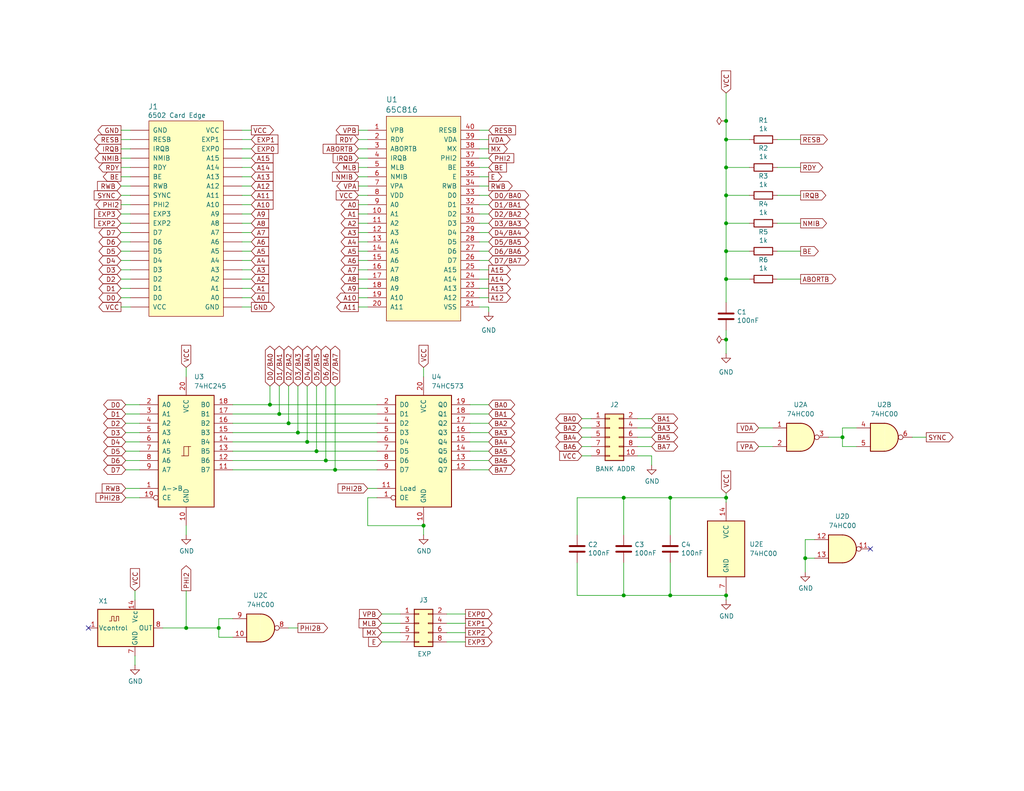
<source format=kicad_sch>
(kicad_sch (version 20250114) (generator "eeschema") (generator_version "9.0")
  (paper "USLetter")
  (title_block (title "6502 CPU Card Pro") (date "2025-10-19") (rev "1.0") (company "A.C. Wright Design / bahamutkotd"))
  (junction (at 115.57 143.51))
  (junction (at 76.2 113.03))
  (junction (at 73.66 110.49))
  (junction (at 198.12 53.34))
  (junction (at 198.12 33.02))
  (junction (at 198.12 76.2))
  (junction (at 86.36 123.19))
  (junction (at 219.71 152.4))
  (junction (at 88.9 125.73))
  (junction (at 50.8 171.45))
  (junction (at 229.87 119.38))
  (junction (at 81.28 118.11))
  (junction (at 78.74 115.57))
  (junction (at 170.18 162.56))
  (junction (at 182.88 135.89))
  (junction (at 198.12 92.71))
  (junction (at 182.88 162.56))
  (junction (at 198.12 38.1))
  (junction (at 91.44 128.27))
  (junction (at 198.12 68.58))
  (junction (at 198.12 135.89))
  (junction (at 170.18 135.89))
  (junction (at 198.12 60.96))
  (junction (at 83.82 120.65))
  (junction (at 198.12 45.72))
  (junction (at 198.12 162.56))
  (junction (at 59.69 171.45))
  (no_connect (at 237.49 149.86))
  (no_connect (at 24.13 171.45))
  (wire (pts (xy 130.81 78.74) (xy 133.35 78.74)))
  (wire (pts (xy 66.04 58.42) (xy 68.58 58.42)))
  (wire (pts (xy 33.02 45.72) (xy 35.56 45.72)))
  (wire (pts (xy 130.81 73.66) (xy 133.35 73.66)))
  (wire (pts (xy 128.27 128.27) (xy 133.35 128.27)))
  (wire (pts (xy 158.75 121.92) (xy 161.29 121.92)))
  (wire (pts (xy 130.81 45.72) (xy 133.35 45.72)))
  (wire (pts (xy 97.79 68.58) (xy 100.33 68.58)))
  (wire (pts (xy 66.04 76.2) (xy 68.58 76.2)))
  (wire (pts (xy 33.02 76.2) (xy 35.56 76.2)))
  (wire (pts (xy 130.81 76.2) (xy 133.35 76.2)))
  (wire (pts (xy 63.5 168.91) (xy 59.69 168.91)))
  (wire (pts (xy 76.2 105.41) (xy 76.2 113.03)))
  (wire (pts (xy 86.36 123.19) (xy 102.87 123.19)))
  (wire (pts (xy 97.79 73.66) (xy 100.33 73.66)))
  (wire (pts (xy 130.81 58.42) (xy 133.35 58.42)))
  (wire (pts (xy 66.04 81.28) (xy 68.58 81.28)))
  (wire (pts (xy 130.81 81.28) (xy 133.35 81.28)))
  (wire (pts (xy 36.83 161.29) (xy 36.83 163.83)))
  (wire (pts (xy 97.79 45.72) (xy 100.33 45.72)))
  (wire (pts (xy 229.87 119.38) (xy 229.87 121.92)))
  (wire (pts (xy 198.12 25.4) (xy 198.12 33.02)))
  (wire (pts (xy 97.79 78.74) (xy 100.33 78.74)))
  (wire (pts (xy 130.81 66.04) (xy 133.35 66.04)))
  (wire (pts (xy 198.12 33.02) (xy 198.12 38.1)))
  (wire (pts (xy 130.81 68.58) (xy 133.35 68.58)))
  (wire (pts (xy 33.02 78.74) (xy 35.56 78.74)))
  (wire (pts (xy 198.12 38.1) (xy 198.12 45.72)))
  (wire (pts (xy 97.79 35.56) (xy 100.33 35.56)))
  (wire (pts (xy 34.29 110.49) (xy 38.1 110.49)))
  (wire (pts (xy 66.04 50.8) (xy 68.58 50.8)))
  (wire (pts (xy 59.69 171.45) (xy 59.69 173.99)))
  (wire (pts (xy 83.82 105.41) (xy 83.82 120.65)))
  (wire (pts (xy 100.33 133.35) (xy 102.87 133.35)))
  (wire (pts (xy 36.83 179.07) (xy 36.83 181.61)))
  (wire (pts (xy 33.02 55.88) (xy 35.56 55.88)))
  (wire (pts (xy 198.12 53.34) (xy 198.12 60.96)))
  (wire (pts (xy 76.2 113.03) (xy 102.87 113.03)))
  (wire (pts (xy 66.04 60.96) (xy 68.58 60.96)))
  (wire (pts (xy 33.02 53.34) (xy 35.56 53.34)))
  (wire (pts (xy 102.87 135.89) (xy 100.33 135.89)))
  (wire (pts (xy 198.12 45.72) (xy 204.47 45.72)))
  (wire (pts (xy 198.12 76.2) (xy 204.47 76.2)))
  (wire (pts (xy 97.79 43.18) (xy 100.33 43.18)))
  (wire (pts (xy 130.81 63.5) (xy 133.35 63.5)))
  (wire (pts (xy 121.92 167.64) (xy 127 167.64)))
  (wire (pts (xy 170.18 135.89) (xy 182.88 135.89)))
  (wire (pts (xy 157.48 135.89) (xy 170.18 135.89)))
  (wire (pts (xy 170.18 135.89) (xy 170.18 146.05)))
  (wire (pts (xy 33.02 66.04) (xy 35.56 66.04)))
  (wire (pts (xy 157.48 162.56) (xy 170.18 162.56)))
  (wire (pts (xy 170.18 153.67) (xy 170.18 162.56)))
  (wire (pts (xy 104.14 175.26) (xy 109.22 175.26)))
  (wire (pts (xy 34.29 128.27) (xy 38.1 128.27)))
  (wire (pts (xy 219.71 152.4) (xy 222.25 152.4)))
  (wire (pts (xy 198.12 90.17) (xy 198.12 92.71)))
  (wire (pts (xy 198.12 76.2) (xy 198.12 82.55)))
  (wire (pts (xy 66.04 40.64) (xy 68.58 40.64)))
  (wire (pts (xy 177.8 127) (xy 177.8 124.46)))
  (wire (pts (xy 33.02 48.26) (xy 35.56 48.26)))
  (wire (pts (xy 157.48 146.05) (xy 157.48 135.89)))
  (wire (pts (xy 198.12 68.58) (xy 198.12 76.2)))
  (wire (pts (xy 198.12 68.58) (xy 204.47 68.58)))
  (wire (pts (xy 66.04 45.72) (xy 68.58 45.72)))
  (wire (pts (xy 97.79 66.04) (xy 100.33 66.04)))
  (wire (pts (xy 219.71 147.32) (xy 222.25 147.32)))
  (wire (pts (xy 34.29 115.57) (xy 38.1 115.57)))
  (wire (pts (xy 229.87 116.84) (xy 229.87 119.38)))
  (wire (pts (xy 212.09 45.72) (xy 218.44 45.72)))
  (wire (pts (xy 212.09 60.96) (xy 218.44 60.96)))
  (wire (pts (xy 34.29 120.65) (xy 38.1 120.65)))
  (wire (pts (xy 33.02 81.28) (xy 35.56 81.28)))
  (wire (pts (xy 219.71 152.4) (xy 219.71 147.32)))
  (wire (pts (xy 34.29 125.73) (xy 38.1 125.73)))
  (wire (pts (xy 66.04 38.1) (xy 68.58 38.1)))
  (wire (pts (xy 182.88 146.05) (xy 182.88 135.89)))
  (wire (pts (xy 66.04 48.26) (xy 68.58 48.26)))
  (wire (pts (xy 97.79 58.42) (xy 100.33 58.42)))
  (wire (pts (xy 66.04 78.74) (xy 68.58 78.74)))
  (wire (pts (xy 128.27 123.19) (xy 133.35 123.19)))
  (wire (pts (xy 128.27 120.65) (xy 133.35 120.65)))
  (wire (pts (xy 97.79 53.34) (xy 100.33 53.34)))
  (wire (pts (xy 50.8 171.45) (xy 59.69 171.45)))
  (wire (pts (xy 91.44 128.27) (xy 102.87 128.27)))
  (wire (pts (xy 81.28 105.41) (xy 81.28 118.11)))
  (wire (pts (xy 198.12 45.72) (xy 198.12 53.34)))
  (wire (pts (xy 104.14 170.18) (xy 109.22 170.18)))
  (wire (pts (xy 66.04 73.66) (xy 68.58 73.66)))
  (wire (pts (xy 198.12 162.56) (xy 198.12 163.83)))
  (wire (pts (xy 44.45 171.45) (xy 50.8 171.45)))
  (wire (pts (xy 198.12 92.71) (xy 198.12 96.52)))
  (wire (pts (xy 198.12 60.96) (xy 204.47 60.96)))
  (wire (pts (xy 130.81 48.26) (xy 133.35 48.26)))
  (wire (pts (xy 121.92 175.26) (xy 127 175.26)))
  (wire (pts (xy 34.29 118.11) (xy 38.1 118.11)))
  (wire (pts (xy 33.02 43.18) (xy 35.56 43.18)))
  (wire (pts (xy 248.92 119.38) (xy 252.73 119.38)))
  (wire (pts (xy 121.92 172.72) (xy 127 172.72)))
  (wire (pts (xy 34.29 135.89) (xy 38.1 135.89)))
  (wire (pts (xy 33.02 58.42) (xy 35.56 58.42)))
  (wire (pts (xy 97.79 76.2) (xy 100.33 76.2)))
  (wire (pts (xy 33.02 71.12) (xy 35.56 71.12)))
  (wire (pts (xy 63.5 120.65) (xy 83.82 120.65)))
  (wire (pts (xy 33.02 73.66) (xy 35.56 73.66)))
  (wire (pts (xy 177.8 124.46) (xy 173.99 124.46)))
  (wire (pts (xy 207.01 116.84) (xy 210.82 116.84)))
  (wire (pts (xy 91.44 105.41) (xy 91.44 128.27)))
  (wire (pts (xy 198.12 53.34) (xy 204.47 53.34)))
  (wire (pts (xy 182.88 135.89) (xy 198.12 135.89)))
  (wire (pts (xy 173.99 116.84) (xy 177.8 116.84)))
  (wire (pts (xy 198.12 135.89) (xy 198.12 137.16)))
  (wire (pts (xy 97.79 60.96) (xy 100.33 60.96)))
  (wire (pts (xy 100.33 135.89) (xy 100.33 143.51)))
  (wire (pts (xy 130.81 35.56) (xy 133.35 35.56)))
  (wire (pts (xy 158.75 124.46) (xy 161.29 124.46)))
  (wire (pts (xy 130.81 53.34) (xy 133.35 53.34)))
  (wire (pts (xy 130.81 40.64) (xy 133.35 40.64)))
  (wire (pts (xy 66.04 35.56) (xy 68.58 35.56)))
  (wire (pts (xy 97.79 40.64) (xy 100.33 40.64)))
  (wire (pts (xy 97.79 81.28) (xy 100.33 81.28)))
  (wire (pts (xy 173.99 121.92) (xy 177.8 121.92)))
  (wire (pts (xy 73.66 110.49) (xy 102.87 110.49)))
  (wire (pts (xy 229.87 121.92) (xy 233.68 121.92)))
  (wire (pts (xy 66.04 55.88) (xy 68.58 55.88)))
  (wire (pts (xy 128.27 118.11) (xy 133.35 118.11)))
  (wire (pts (xy 33.02 35.56) (xy 35.56 35.56)))
  (wire (pts (xy 130.81 71.12) (xy 133.35 71.12)))
  (wire (pts (xy 233.68 116.84) (xy 229.87 116.84)))
  (wire (pts (xy 33.02 40.64) (xy 35.56 40.64)))
  (wire (pts (xy 33.02 38.1) (xy 35.56 38.1)))
  (wire (pts (xy 86.36 105.41) (xy 86.36 123.19)))
  (wire (pts (xy 66.04 63.5) (xy 68.58 63.5)))
  (wire (pts (xy 59.69 173.99) (xy 63.5 173.99)))
  (wire (pts (xy 83.82 120.65) (xy 102.87 120.65)))
  (wire (pts (xy 33.02 68.58) (xy 35.56 68.58)))
  (wire (pts (xy 73.66 105.41) (xy 73.66 110.49)))
  (wire (pts (xy 34.29 113.03) (xy 38.1 113.03)))
  (wire (pts (xy 66.04 68.58) (xy 68.58 68.58)))
  (wire (pts (xy 34.29 133.35) (xy 38.1 133.35)))
  (wire (pts (xy 81.28 118.11) (xy 102.87 118.11)))
  (wire (pts (xy 158.75 114.3) (xy 161.29 114.3)))
  (wire (pts (xy 121.92 170.18) (xy 127 170.18)))
  (wire (pts (xy 78.74 171.45) (xy 81.28 171.45)))
  (wire (pts (xy 115.57 100.33) (xy 115.57 102.87)))
  (wire (pts (xy 198.12 60.96) (xy 198.12 68.58)))
  (wire (pts (xy 198.12 38.1) (xy 204.47 38.1)))
  (wire (pts (xy 212.09 76.2) (xy 218.44 76.2)))
  (wire (pts (xy 88.9 125.73) (xy 102.87 125.73)))
  (wire (pts (xy 33.02 50.8) (xy 35.56 50.8)))
  (wire (pts (xy 198.12 134.62) (xy 198.12 135.89)))
  (wire (pts (xy 130.81 55.88) (xy 133.35 55.88)))
  (wire (pts (xy 66.04 43.18) (xy 68.58 43.18)))
  (wire (pts (xy 63.5 115.57) (xy 78.74 115.57)))
  (wire (pts (xy 158.75 119.38) (xy 161.29 119.38)))
  (wire (pts (xy 50.8 161.29) (xy 50.8 171.45)))
  (wire (pts (xy 212.09 38.1) (xy 218.44 38.1)))
  (wire (pts (xy 33.02 63.5) (xy 35.56 63.5)))
  (wire (pts (xy 207.01 121.92) (xy 210.82 121.92)))
  (wire (pts (xy 170.18 162.56) (xy 182.88 162.56)))
  (wire (pts (xy 88.9 105.41) (xy 88.9 125.73)))
  (wire (pts (xy 63.5 110.49) (xy 73.66 110.49)))
  (wire (pts (xy 182.88 153.67) (xy 182.88 162.56)))
  (wire (pts (xy 50.8 143.51) (xy 50.8 146.05)))
  (wire (pts (xy 157.48 153.67) (xy 157.48 162.56)))
  (wire (pts (xy 212.09 53.34) (xy 218.44 53.34)))
  (wire (pts (xy 128.27 115.57) (xy 133.35 115.57)))
  (wire (pts (xy 130.81 50.8) (xy 133.35 50.8)))
  (wire (pts (xy 97.79 38.1) (xy 100.33 38.1)))
  (wire (pts (xy 97.79 71.12) (xy 100.33 71.12)))
  (wire (pts (xy 130.81 83.82) (xy 133.35 83.82)))
  (wire (pts (xy 59.69 168.91) (xy 59.69 171.45)))
  (wire (pts (xy 130.81 38.1) (xy 133.35 38.1)))
  (wire (pts (xy 66.04 83.82) (xy 68.58 83.82)))
  (wire (pts (xy 63.5 118.11) (xy 81.28 118.11)))
  (wire (pts (xy 158.75 116.84) (xy 161.29 116.84)))
  (wire (pts (xy 100.33 143.51) (xy 115.57 143.51)))
  (wire (pts (xy 66.04 66.04) (xy 68.58 66.04)))
  (wire (pts (xy 219.71 156.21) (xy 219.71 152.4)))
  (wire (pts (xy 130.81 43.18) (xy 133.35 43.18)))
  (wire (pts (xy 78.74 105.41) (xy 78.74 115.57)))
  (wire (pts (xy 63.5 113.03) (xy 76.2 113.03)))
  (wire (pts (xy 182.88 162.56) (xy 198.12 162.56)))
  (wire (pts (xy 104.14 172.72) (xy 109.22 172.72)))
  (wire (pts (xy 128.27 110.49) (xy 133.35 110.49)))
  (wire (pts (xy 78.74 115.57) (xy 102.87 115.57)))
  (wire (pts (xy 63.5 125.73) (xy 88.9 125.73)))
  (wire (pts (xy 128.27 125.73) (xy 133.35 125.73)))
  (wire (pts (xy 97.79 83.82) (xy 100.33 83.82)))
  (wire (pts (xy 104.14 167.64) (xy 109.22 167.64)))
  (wire (pts (xy 66.04 71.12) (xy 68.58 71.12)))
  (wire (pts (xy 133.35 83.82) (xy 133.35 85.09)))
  (wire (pts (xy 33.02 83.82) (xy 35.56 83.82)))
  (wire (pts (xy 97.79 48.26) (xy 100.33 48.26)))
  (wire (pts (xy 212.09 68.58) (xy 218.44 68.58)))
  (wire (pts (xy 97.79 50.8) (xy 100.33 50.8)))
  (wire (pts (xy 33.02 60.96) (xy 35.56 60.96)))
  (wire (pts (xy 34.29 123.19) (xy 38.1 123.19)))
  (wire (pts (xy 63.5 123.19) (xy 86.36 123.19)))
  (wire (pts (xy 130.81 60.96) (xy 133.35 60.96)))
  (wire (pts (xy 50.8 100.33) (xy 50.8 102.87)))
  (wire (pts (xy 63.5 128.27) (xy 91.44 128.27)))
  (wire (pts (xy 66.04 53.34) (xy 68.58 53.34)))
  (wire (pts (xy 128.27 113.03) (xy 133.35 113.03)))
  (wire (pts (xy 173.99 114.3) (xy 177.8 114.3)))
  (wire (pts (xy 115.57 143.51) (xy 115.57 146.05)))
  (wire (pts (xy 226.06 119.38) (xy 229.87 119.38)))
  (wire (pts (xy 97.79 55.88) (xy 100.33 55.88)))
  (wire (pts (xy 97.79 63.5) (xy 100.33 63.5)))
  (wire (pts (xy 173.99 119.38) (xy 177.8 119.38)))
  (global_label "D7" (shape bidirectional) (at 33.02 63.5 180) (property "Intersheetrefs" "${INTERSHEET_REFS}" (effects (hide yes))))
  (global_label "VCC" (shape input) (at 50.8 100.33 90) (property "Intersheetrefs" "${INTERSHEET_REFS}" (effects (hide yes))))
  (global_label "D2{slash}BA2" (shape bidirectional) (at 133.35 58.42 0) (property "Intersheetrefs" "${INTERSHEET_REFS}" (effects (hide yes))))
  (global_label "A12" (shape input) (at 68.58 50.8 0) (property "Intersheetrefs" "${INTERSHEET_REFS}" (effects (hide yes))))
  (global_label "D1" (shape bidirectional) (at 33.02 78.74 180) (property "Intersheetrefs" "${INTERSHEET_REFS}" (effects (hide yes))))
  (global_label "D6" (shape bidirectional) (at 33.02 66.04 180) (property "Intersheetrefs" "${INTERSHEET_REFS}" (effects (hide yes))))
  (global_label "D4" (shape bidirectional) (at 33.02 71.12 180) (property "Intersheetrefs" "${INTERSHEET_REFS}" (effects (hide yes))))
  (global_label "A2" (shape output) (at 97.79 60.96 180) (property "Intersheetrefs" "${INTERSHEET_REFS}" (effects (hide yes))))
  (global_label "BA4" (shape bidirectional) (at 133.35 120.65 0) (property "Intersheetrefs" "${INTERSHEET_REFS}" (effects (hide yes))))
  (global_label "BA1" (shape bidirectional) (at 133.35 113.03 0) (property "Intersheetrefs" "${INTERSHEET_REFS}" (effects (hide yes))))
  (global_label "NMIB" (shape output) (at 218.44 60.96 0) (property "Intersheetrefs" "${INTERSHEET_REFS}" (effects (hide yes))))
  (global_label "D5{slash}BA5" (shape bidirectional) (at 86.36 105.41 90) (property "Intersheetrefs" "${INTERSHEET_REFS}" (effects (hide yes))))
  (global_label "EXP3" (shape input) (at 33.02 58.42 180) (property "Intersheetrefs" "${INTERSHEET_REFS}" (effects (hide yes))))
  (global_label "D4{slash}BA4" (shape bidirectional) (at 133.35 63.5 0) (property "Intersheetrefs" "${INTERSHEET_REFS}" (effects (hide yes))))
  (global_label "D1" (shape bidirectional) (at 34.29 113.03 180) (property "Intersheetrefs" "${INTERSHEET_REFS}" (effects (hide yes))))
  (global_label "ABORTB" (shape output) (at 218.44 76.2 0) (property "Intersheetrefs" "${INTERSHEET_REFS}" (effects (hide yes))))
  (global_label "NMIB" (shape input) (at 97.79 48.26 180) (property "Intersheetrefs" "${INTERSHEET_REFS}" (effects (hide yes))))
  (global_label "EXP2" (shape input) (at 33.02 60.96 180) (property "Intersheetrefs" "${INTERSHEET_REFS}" (effects (hide yes))))
  (global_label "BA7" (shape bidirectional) (at 177.8 121.92 0) (property "Intersheetrefs" "${INTERSHEET_REFS}" (effects (hide yes))))
  (global_label "A7" (shape input) (at 68.58 63.5 0) (property "Intersheetrefs" "${INTERSHEET_REFS}" (effects (hide yes))))
  (global_label "A10" (shape input) (at 68.58 55.88 0) (property "Intersheetrefs" "${INTERSHEET_REFS}" (effects (hide yes))))
  (global_label "RWB" (shape input) (at 33.02 50.8 180) (property "Intersheetrefs" "${INTERSHEET_REFS}" (effects (hide yes))))
  (global_label "D5{slash}BA5" (shape bidirectional) (at 133.35 66.04 0) (property "Intersheetrefs" "${INTERSHEET_REFS}" (effects (hide yes))))
  (global_label "D3" (shape bidirectional) (at 33.02 73.66 180) (property "Intersheetrefs" "${INTERSHEET_REFS}" (effects (hide yes))))
  (global_label "RESB" (shape output) (at 33.02 38.1 180) (property "Intersheetrefs" "${INTERSHEET_REFS}" (effects (hide yes))))
  (global_label "A13" (shape input) (at 68.58 48.26 0) (property "Intersheetrefs" "${INTERSHEET_REFS}" (effects (hide yes))))
  (global_label "MLB" (shape input) (at 104.14 170.18 180) (property "Intersheetrefs" "${INTERSHEET_REFS}" (effects (hide yes))))
  (global_label "E" (shape input) (at 104.14 175.26 180) (property "Intersheetrefs" "${INTERSHEET_REFS}" (effects (hide yes))))
  (global_label "BA0" (shape bidirectional) (at 158.75 114.3 180) (property "Intersheetrefs" "${INTERSHEET_REFS}" (effects (hide yes))))
  (global_label "D4{slash}BA4" (shape bidirectional) (at 83.82 105.41 90) (property "Intersheetrefs" "${INTERSHEET_REFS}" (effects (hide yes))))
  (global_label "RESB" (shape input) (at 133.35 35.56 0) (property "Intersheetrefs" "${INTERSHEET_REFS}" (effects (hide yes))))
  (global_label "A6" (shape input) (at 68.58 66.04 0) (property "Intersheetrefs" "${INTERSHEET_REFS}" (effects (hide yes))))
  (global_label "GND" (shape output) (at 33.02 35.56 180) (property "Intersheetrefs" "${INTERSHEET_REFS}" (effects (hide yes))))
  (global_label "D0{slash}BA0" (shape bidirectional) (at 73.66 105.41 90) (property "Intersheetrefs" "${INTERSHEET_REFS}" (effects (hide yes))))
  (global_label "EXP1" (shape output) (at 127 170.18 0) (property "Intersheetrefs" "${INTERSHEET_REFS}" (effects (hide yes))))
  (global_label "D0" (shape bidirectional) (at 33.02 81.28 180) (property "Intersheetrefs" "${INTERSHEET_REFS}" (effects (hide yes))))
  (global_label "NMIB" (shape output) (at 33.02 43.18 180) (property "Intersheetrefs" "${INTERSHEET_REFS}" (effects (hide yes))))
  (global_label "BE" (shape output) (at 218.44 68.58 0) (property "Intersheetrefs" "${INTERSHEET_REFS}" (effects (hide yes))))
  (global_label "RDY" (shape output) (at 218.44 45.72 0) (property "Intersheetrefs" "${INTERSHEET_REFS}" (effects (hide yes))))
  (global_label "PHI2B" (shape input) (at 34.29 135.89 180) (property "Intersheetrefs" "${INTERSHEET_REFS}" (effects (hide yes))))
  (global_label "BA2" (shape bidirectional) (at 158.75 116.84 180) (property "Intersheetrefs" "${INTERSHEET_REFS}" (effects (hide yes))))
  (global_label "D2" (shape bidirectional) (at 33.02 76.2 180) (property "Intersheetrefs" "${INTERSHEET_REFS}" (effects (hide yes))))
  (global_label "EXP0" (shape input) (at 68.58 40.64 0) (property "Intersheetrefs" "${INTERSHEET_REFS}" (effects (hide yes))))
  (global_label "A6" (shape output) (at 97.79 71.12 180) (property "Intersheetrefs" "${INTERSHEET_REFS}" (effects (hide yes))))
  (global_label "MLB" (shape output) (at 97.79 45.72 180) (property "Intersheetrefs" "${INTERSHEET_REFS}" (effects (hide yes))))
  (global_label "GND" (shape output) (at 68.58 83.82 0) (property "Intersheetrefs" "${INTERSHEET_REFS}" (effects (hide yes))))
  (global_label "D6" (shape bidirectional) (at 34.29 125.73 180) (property "Intersheetrefs" "${INTERSHEET_REFS}" (effects (hide yes))))
  (global_label "BE" (shape input) (at 133.35 45.72 0) (property "Intersheetrefs" "${INTERSHEET_REFS}" (effects (hide yes))))
  (global_label "A7" (shape output) (at 97.79 73.66 180) (property "Intersheetrefs" "${INTERSHEET_REFS}" (effects (hide yes))))
  (global_label "VDA" (shape output) (at 133.35 38.1 0) (property "Intersheetrefs" "${INTERSHEET_REFS}" (effects (hide yes))))
  (global_label "RESB" (shape output) (at 218.44 38.1 0) (property "Intersheetrefs" "${INTERSHEET_REFS}" (effects (hide yes))))
  (global_label "RWB" (shape input) (at 34.29 133.35 180) (property "Intersheetrefs" "${INTERSHEET_REFS}" (effects (hide yes))))
  (global_label "PHI2" (shape output) (at 33.02 55.88 180) (property "Intersheetrefs" "${INTERSHEET_REFS}" (effects (hide yes))))
  (global_label "VCC" (shape input) (at 36.83 161.29 90) (property "Intersheetrefs" "${INTERSHEET_REFS}" (effects (hide yes))))
  (global_label "ABORTB" (shape input) (at 97.79 40.64 180) (property "Intersheetrefs" "${INTERSHEET_REFS}" (effects (hide yes))))
  (global_label "VPB" (shape input) (at 104.14 167.64 180) (property "Intersheetrefs" "${INTERSHEET_REFS}" (effects (hide yes))))
  (global_label "PHI2B" (shape input) (at 100.33 133.35 180) (property "Intersheetrefs" "${INTERSHEET_REFS}" (effects (hide yes))))
  (global_label "RDY" (shape input) (at 97.79 38.1 180) (property "Intersheetrefs" "${INTERSHEET_REFS}" (effects (hide yes))))
  (global_label "A12" (shape output) (at 133.35 81.28 0) (property "Intersheetrefs" "${INTERSHEET_REFS}" (effects (hide yes))))
  (global_label "PHI2" (shape output) (at 50.8 161.29 90) (property "Intersheetrefs" "${INTERSHEET_REFS}" (effects (hide yes))))
  (global_label "MX" (shape output) (at 133.35 40.64 0) (property "Intersheetrefs" "${INTERSHEET_REFS}" (effects (hide yes))))
  (global_label "BA5" (shape bidirectional) (at 133.35 123.19 0) (property "Intersheetrefs" "${INTERSHEET_REFS}" (effects (hide yes))))
  (global_label "PHI2" (shape input) (at 133.35 43.18 0) (property "Intersheetrefs" "${INTERSHEET_REFS}" (effects (hide yes))))
  (global_label "A11" (shape output) (at 97.79 83.82 180) (property "Intersheetrefs" "${INTERSHEET_REFS}" (effects (hide yes))))
  (global_label "IRQB" (shape input) (at 97.79 43.18 180) (property "Intersheetrefs" "${INTERSHEET_REFS}" (effects (hide yes))))
  (global_label "A1" (shape output) (at 97.79 58.42 180) (property "Intersheetrefs" "${INTERSHEET_REFS}" (effects (hide yes))))
  (global_label "A5" (shape output) (at 97.79 68.58 180) (property "Intersheetrefs" "${INTERSHEET_REFS}" (effects (hide yes))))
  (global_label "D7{slash}BA7" (shape bidirectional) (at 91.44 105.41 90) (property "Intersheetrefs" "${INTERSHEET_REFS}" (effects (hide yes))))
  (global_label "BA2" (shape bidirectional) (at 133.35 115.57 0) (property "Intersheetrefs" "${INTERSHEET_REFS}" (effects (hide yes))))
  (global_label "A4" (shape input) (at 68.58 71.12 0) (property "Intersheetrefs" "${INTERSHEET_REFS}" (effects (hide yes))))
  (global_label "VPA" (shape output) (at 97.79 50.8 180) (property "Intersheetrefs" "${INTERSHEET_REFS}" (effects (hide yes))))
  (global_label "A11" (shape input) (at 68.58 53.34 0) (property "Intersheetrefs" "${INTERSHEET_REFS}" (effects (hide yes))))
  (global_label "VCC" (shape input) (at 97.79 53.34 180) (property "Intersheetrefs" "${INTERSHEET_REFS}" (effects (hide yes))))
  (global_label "A9" (shape input) (at 68.58 58.42 0) (property "Intersheetrefs" "${INTERSHEET_REFS}" (effects (hide yes))))
  (global_label "A0" (shape input) (at 68.58 81.28 0) (property "Intersheetrefs" "${INTERSHEET_REFS}" (effects (hide yes))))
  (global_label "A2" (shape input) (at 68.58 76.2 0) (property "Intersheetrefs" "${INTERSHEET_REFS}" (effects (hide yes))))
  (global_label "BA6" (shape bidirectional) (at 158.75 121.92 180) (property "Intersheetrefs" "${INTERSHEET_REFS}" (effects (hide yes))))
  (global_label "EXP1" (shape input) (at 68.58 38.1 0) (property "Intersheetrefs" "${INTERSHEET_REFS}" (effects (hide yes))))
  (global_label "VCC" (shape input) (at 115.57 100.33 90) (property "Intersheetrefs" "${INTERSHEET_REFS}" (effects (hide yes))))
  (global_label "D3" (shape bidirectional) (at 34.29 118.11 180) (property "Intersheetrefs" "${INTERSHEET_REFS}" (effects (hide yes))))
  (global_label "D6{slash}BA6" (shape bidirectional) (at 133.35 68.58 0) (property "Intersheetrefs" "${INTERSHEET_REFS}" (effects (hide yes))))
  (global_label "VCC" (shape input) (at 158.75 124.46 180) (property "Intersheetrefs" "${INTERSHEET_REFS}" (effects (hide yes))))
  (global_label "EXP3" (shape output) (at 127 175.26 0) (property "Intersheetrefs" "${INTERSHEET_REFS}" (effects (hide yes))))
  (global_label "BE" (shape output) (at 33.02 48.26 180) (property "Intersheetrefs" "${INTERSHEET_REFS}" (effects (hide yes))))
  (global_label "A3" (shape output) (at 97.79 63.5 180) (property "Intersheetrefs" "${INTERSHEET_REFS}" (effects (hide yes))))
  (global_label "EXP2" (shape output) (at 127 172.72 0) (property "Intersheetrefs" "${INTERSHEET_REFS}" (effects (hide yes))))
  (global_label "BA5" (shape bidirectional) (at 177.8 119.38 0) (property "Intersheetrefs" "${INTERSHEET_REFS}" (effects (hide yes))))
  (global_label "VPB" (shape output) (at 97.79 35.56 180) (property "Intersheetrefs" "${INTERSHEET_REFS}" (effects (hide yes))))
  (global_label "A13" (shape output) (at 133.35 78.74 0) (property "Intersheetrefs" "${INTERSHEET_REFS}" (effects (hide yes))))
  (global_label "E" (shape output) (at 133.35 48.26 0) (property "Intersheetrefs" "${INTERSHEET_REFS}" (effects (hide yes))))
  (global_label "IRQB" (shape output) (at 218.44 53.34 0) (property "Intersheetrefs" "${INTERSHEET_REFS}" (effects (hide yes))))
  (global_label "A8" (shape output) (at 97.79 76.2 180) (property "Intersheetrefs" "${INTERSHEET_REFS}" (effects (hide yes))))
  (global_label "D6{slash}BA6" (shape bidirectional) (at 88.9 105.41 90) (property "Intersheetrefs" "${INTERSHEET_REFS}" (effects (hide yes))))
  (global_label "D7{slash}BA7" (shape bidirectional) (at 133.35 71.12 0) (property "Intersheetrefs" "${INTERSHEET_REFS}" (effects (hide yes))))
  (global_label "D0{slash}BA0" (shape bidirectional) (at 133.35 53.34 0) (property "Intersheetrefs" "${INTERSHEET_REFS}" (effects (hide yes))))
  (global_label "D2{slash}BA2" (shape bidirectional) (at 78.74 105.41 90) (property "Intersheetrefs" "${INTERSHEET_REFS}" (effects (hide yes))))
  (global_label "PHI2B" (shape output) (at 81.28 171.45 0) (property "Intersheetrefs" "${INTERSHEET_REFS}" (effects (hide yes))))
  (global_label "SYNC" (shape output) (at 252.73 119.38 0) (property "Intersheetrefs" "${INTERSHEET_REFS}" (effects (hide yes))))
  (global_label "A3" (shape input) (at 68.58 73.66 0) (property "Intersheetrefs" "${INTERSHEET_REFS}" (effects (hide yes))))
  (global_label "D5" (shape bidirectional) (at 33.02 68.58 180) (property "Intersheetrefs" "${INTERSHEET_REFS}" (effects (hide yes))))
  (global_label "A5" (shape input) (at 68.58 68.58 0) (property "Intersheetrefs" "${INTERSHEET_REFS}" (effects (hide yes))))
  (global_label "VPA" (shape input) (at 207.01 121.92 180) (property "Intersheetrefs" "${INTERSHEET_REFS}" (effects (hide yes))))
  (global_label "RWB" (shape output) (at 133.35 50.8 0) (property "Intersheetrefs" "${INTERSHEET_REFS}" (effects (hide yes))))
  (global_label "BA3" (shape bidirectional) (at 133.35 118.11 0) (property "Intersheetrefs" "${INTERSHEET_REFS}" (effects (hide yes))))
  (global_label "VCC" (shape input) (at 198.12 134.62 90) (property "Intersheetrefs" "${INTERSHEET_REFS}" (effects (hide yes))))
  (global_label "RDY" (shape output) (at 33.02 45.72 180) (property "Intersheetrefs" "${INTERSHEET_REFS}" (effects (hide yes))))
  (global_label "D3{slash}BA3" (shape bidirectional) (at 133.35 60.96 0) (property "Intersheetrefs" "${INTERSHEET_REFS}" (effects (hide yes))))
  (global_label "A15" (shape output) (at 133.35 73.66 0) (property "Intersheetrefs" "${INTERSHEET_REFS}" (effects (hide yes))))
  (global_label "VDA" (shape input) (at 207.01 116.84 180) (property "Intersheetrefs" "${INTERSHEET_REFS}" (effects (hide yes))))
  (global_label "D1{slash}BA1" (shape bidirectional) (at 76.2 105.41 90) (property "Intersheetrefs" "${INTERSHEET_REFS}" (effects (hide yes))))
  (global_label "D2" (shape bidirectional) (at 34.29 115.57 180) (property "Intersheetrefs" "${INTERSHEET_REFS}" (effects (hide yes))))
  (global_label "SYNC" (shape input) (at 33.02 53.34 180) (property "Intersheetrefs" "${INTERSHEET_REFS}" (effects (hide yes))))
  (global_label "BA7" (shape bidirectional) (at 133.35 128.27 0) (property "Intersheetrefs" "${INTERSHEET_REFS}" (effects (hide yes))))
  (global_label "D1{slash}BA1" (shape bidirectional) (at 133.35 55.88 0) (property "Intersheetrefs" "${INTERSHEET_REFS}" (effects (hide yes))))
  (global_label "A4" (shape output) (at 97.79 66.04 180) (property "Intersheetrefs" "${INTERSHEET_REFS}" (effects (hide yes))))
  (global_label "A1" (shape input) (at 68.58 78.74 0) (property "Intersheetrefs" "${INTERSHEET_REFS}" (effects (hide yes))))
  (global_label "D3{slash}BA3" (shape bidirectional) (at 81.28 105.41 90) (property "Intersheetrefs" "${INTERSHEET_REFS}" (effects (hide yes))))
  (global_label "VCC" (shape output) (at 68.58 35.56 0) (property "Intersheetrefs" "${INTERSHEET_REFS}" (effects (hide yes))))
  (global_label "BA3" (shape bidirectional) (at 177.8 116.84 0) (property "Intersheetrefs" "${INTERSHEET_REFS}" (effects (hide yes))))
  (global_label "A14" (shape input) (at 68.58 45.72 0) (property "Intersheetrefs" "${INTERSHEET_REFS}" (effects (hide yes))))
  (global_label "D7" (shape bidirectional) (at 34.29 128.27 180) (property "Intersheetrefs" "${INTERSHEET_REFS}" (effects (hide yes))))
  (global_label "A0" (shape output) (at 97.79 55.88 180) (property "Intersheetrefs" "${INTERSHEET_REFS}" (effects (hide yes))))
  (global_label "BA6" (shape bidirectional) (at 133.35 125.73 0) (property "Intersheetrefs" "${INTERSHEET_REFS}" (effects (hide yes))))
  (global_label "A8" (shape input) (at 68.58 60.96 0) (property "Intersheetrefs" "${INTERSHEET_REFS}" (effects (hide yes))))
  (global_label "VCC" (shape input) (at 198.12 25.4 90) (property "Intersheetrefs" "${INTERSHEET_REFS}" (effects (hide yes))))
  (global_label "D4" (shape bidirectional) (at 34.29 120.65 180) (property "Intersheetrefs" "${INTERSHEET_REFS}" (effects (hide yes))))
  (global_label "BA0" (shape bidirectional) (at 133.35 110.49 0) (property "Intersheetrefs" "${INTERSHEET_REFS}" (effects (hide yes))))
  (global_label "IRQB" (shape output) (at 33.02 40.64 180) (property "Intersheetrefs" "${INTERSHEET_REFS}" (effects (hide yes))))
  (global_label "A15" (shape input) (at 68.58 43.18 0) (property "Intersheetrefs" "${INTERSHEET_REFS}" (effects (hide yes))))
  (global_label "VCC" (shape output) (at 33.02 83.82 180) (property "Intersheetrefs" "${INTERSHEET_REFS}" (effects (hide yes))))
  (global_label "A9" (shape output) (at 97.79 78.74 180) (property "Intersheetrefs" "${INTERSHEET_REFS}" (effects (hide yes))))
  (global_label "D0" (shape bidirectional) (at 34.29 110.49 180) (property "Intersheetrefs" "${INTERSHEET_REFS}" (effects (hide yes))))
  (global_label "A10" (shape output) (at 97.79 81.28 180) (property "Intersheetrefs" "${INTERSHEET_REFS}" (effects (hide yes))))
  (global_label "MX" (shape input) (at 104.14 172.72 180) (property "Intersheetrefs" "${INTERSHEET_REFS}" (effects (hide yes))))
  (global_label "BA4" (shape bidirectional) (at 158.75 119.38 180) (property "Intersheetrefs" "${INTERSHEET_REFS}" (effects (hide yes))))
  (global_label "BA1" (shape bidirectional) (at 177.8 114.3 0) (property "Intersheetrefs" "${INTERSHEET_REFS}" (effects (hide yes))))
  (global_label "D5" (shape bidirectional) (at 34.29 123.19 180) (property "Intersheetrefs" "${INTERSHEET_REFS}" (effects (hide yes))))
  (global_label "EXP0" (shape output) (at 127 167.64 0) (property "Intersheetrefs" "${INTERSHEET_REFS}" (effects (hide yes))))
  (global_label "A14" (shape output) (at 133.35 76.2 0) (property "Intersheetrefs" "${INTERSHEET_REFS}" (effects (hide yes))))
  (symbol (lib_id "6502 Parts:6502 Card Edge") (at 50.8 58.42 0) (unit 1) (in_bom no)
    (property "Reference" "J1" (at 40.386 29.972 0) (effects (font (size 1.4986 1.4986)) (justify left bottom)))
    (property "Value" "6502 Card Edge" (at 48.26 31.496 0))
    (property "Footprint" "6502 Parts:6502 Card Edge" (effects (hide yes)))
  )
  (symbol (lib_id "6502 Parts:65C816") (at 100.33 35.56 0) (unit 1)
    (property "Reference" "U1" (at 106.934 27.178 0) (effects (font (size 1.4986 1.4986))))
    (property "Value" "65C816" (at 105.156 29.972 0) (effects (font (size 1.4986 1.4986)) (justify left)))
    (property "Footprint" "Package_DIP:DIP-40_W15.24mm_Socket_LongPads" (effects (hide yes)))
  )
  (symbol (lib_id "Device:R") (at 208.28 38.1 270) (unit 1)
    (property "Reference" "R1" (at 208.28 32.8422 90))
    (property "Value" "1k" (at 208.28 35.1536 90))
    (property "Footprint" "Resistor_SMD:R_0805_2012Metric" (effects (hide yes)))
    (property "Description" "Resistor" (effects (hide yes)))
    (property "LCSC" "C17513" (effects (hide yes)))
  )
  (symbol (lib_id "Device:R") (at 208.28 45.72 270) (unit 1)
    (property "Reference" "R2" (at 208.28 40.4622 90))
    (property "Value" "1k" (at 208.28 42.7736 90))
    (property "Footprint" "Resistor_SMD:R_0805_2012Metric" (effects (hide yes)))
    (property "Description" "Resistor" (effects (hide yes)))
    (property "LCSC" "C17513" (effects (hide yes)))
  )
  (symbol (lib_id "Device:R") (at 208.28 53.34 270) (unit 1)
    (property "Reference" "R3" (at 208.28 48.0822 90))
    (property "Value" "1k" (at 208.28 50.3936 90))
    (property "Footprint" "Resistor_SMD:R_0805_2012Metric" (effects (hide yes)))
    (property "Description" "Resistor" (effects (hide yes)))
    (property "LCSC" "C17513" (effects (hide yes)))
  )
  (symbol (lib_id "Device:R") (at 208.28 60.96 270) (unit 1)
    (property "Reference" "R4" (at 208.28 55.7022 90))
    (property "Value" "1k" (at 208.28 58.0136 90))
    (property "Footprint" "Resistor_SMD:R_0805_2012Metric" (effects (hide yes)))
    (property "Description" "Resistor" (effects (hide yes)))
    (property "LCSC" "C17513" (effects (hide yes)))
  )
  (symbol (lib_id "Device:R") (at 208.28 68.58 270) (unit 1)
    (property "Reference" "R5" (at 208.28 63.3222 90))
    (property "Value" "1k" (at 208.28 65.6336 90))
    (property "Footprint" "Resistor_SMD:R_0805_2012Metric" (effects (hide yes)))
    (property "Description" "Resistor" (effects (hide yes)))
    (property "LCSC" "C17513" (effects (hide yes)))
  )
  (symbol (lib_id "Device:C") (at 198.12 86.36 0) (unit 1)
    (property "Reference" "C1" (at 201.041 85.1916 0) (effects (justify left)))
    (property "Value" "100nF" (at 201.041 87.503 0) (effects (justify left)))
    (property "Footprint" "Capacitor_SMD:C_0805_2012Metric" (effects (hide yes)))
    (property "Description" "Unpolarized capacitor" (effects (hide yes)))
    (property "LCSC" "C49678" (effects (hide yes)))
  )
  (symbol (lib_id "power:GND") (at 198.12 96.52 0) (unit 1)
    (property "Reference" "#PWR02" (effects (hide yes)))
    (property "Value" "GND" (at 198.12 101.6 0))
    (property "Description" "Power symbol creates a global label with name \"GND\" , ground" (effects (hide yes)))
  )
  (symbol (lib_id "74xx:74LS573") (at 115.57 123.19 0) (unit 1)
    (property "Reference" "U4" (at 117.7133 102.87 0) (effects (justify left)))
    (property "Value" "74HC573" (at 117.7133 105.41 0) (effects (justify left)))
    (property "Footprint" "Package_SO:SOIC-20W_7.5x12.8mm_P1.27mm" (effects (hide yes)))
    (property "Datasheet" "74xx/74hc573.pdf" (effects (hide yes)))
    (property "Description" "8-bit Latch 3-state outputs" (effects (hide yes)))
    (property "LCSC" "C5608" (effects (hide yes)))
  )
  (symbol (lib_id "power:GND") (at 219.71 156.21 0) (unit 1)
    (property "Reference" "#PWR06" (effects (hide yes)))
    (property "Value" "GND" (at 219.837 160.6042 0))
    (property "Description" "Power symbol creates a global label with name \"GND\" , ground" (effects (hide yes)))
  )
  (symbol (lib_id "74xx:74HC00") (at 241.3 119.38 0) (unit 2)
    (property "Reference" "U2" (at 241.2917 110.49 0))
    (property "Value" "74HC00" (at 241.2917 113.03 0))
    (property "Footprint" "Package_SO:SOIC-14_3.9x8.7mm_P1.27mm" (effects (hide yes)))
    (property "Datasheet" "http://www.ti.com/lit/gpn/sn74hc00" (effects (hide yes)))
    (property "Description" "quad 2-input NAND gate" (effects (hide yes)))
    (property "LCSC" "C5586" (effects (hide yes)))
  )
  (symbol (lib_id "74xx:74HC00") (at 218.44 119.38 0) (unit 1)
    (property "Reference" "U2" (at 218.4317 110.49 0))
    (property "Value" "74HC00" (at 218.4317 113.03 0))
    (property "Footprint" "Package_SO:SOIC-14_3.9x8.7mm_P1.27mm" (effects (hide yes)))
    (property "Datasheet" "http://www.ti.com/lit/gpn/sn74hc00" (effects (hide yes)))
    (property "Description" "quad 2-input NAND gate" (effects (hide yes)))
    (property "LCSC" "C5586" (effects (hide yes)))
  )
  (symbol (lib_id "Connector_Generic:Conn_02x04_Odd_Even") (at 114.3 170.18 0) (unit 1)
    (property "Reference" "J3" (at 115.57 163.83 0))
    (property "Value" "EXP" (at 115.824 178.562 0))
    (property "Footprint" "Connector_PinHeader_2.54mm:PinHeader_2x04_P2.54mm_Vertical" (effects (hide yes)))
    (property "Description" "Generic connector, double row, 02x04, odd/even pin numbering scheme (row 1 odd numbers, row 2 even numbers), script generated (kicad-library-utils/schlib/autogen/connector/)" (effects (hide yes)))
  )
  (symbol (lib_id "power:GND") (at 50.8 146.05 0) (unit 1)
    (property "Reference" "#PWR04" (effects (hide yes)))
    (property "Value" "GND" (at 50.927 150.4442 0))
    (property "Description" "Power symbol creates a global label with name \"GND\" , ground" (effects (hide yes)))
  )
  (symbol (lib_id "power:PWR_FLAG") (at 198.12 92.71 90) (unit 1)
    (property "Reference" "#FLG02" (effects (hide yes)))
    (property "Value" "PWR_FLAG" (effects (hide yes)))
    (property "Description" "Special symbol for telling ERC where power comes from" (effects (hide yes)))
  )
  (symbol (lib_id "Device:C") (at 170.18 149.86 0) (unit 1)
    (property "Reference" "C3" (at 173.101 148.6916 0) (effects (justify left)))
    (property "Value" "100nF" (at 173.101 151.003 0) (effects (justify left)))
    (property "Footprint" "Capacitor_SMD:C_0805_2012Metric" (effects (hide yes)))
    (property "Description" "Unpolarized capacitor" (effects (hide yes)))
    (property "LCSC" "C49678" (effects (hide yes)))
  )
  (symbol (lib_id "Oscillator:OCXO-14") (at 36.83 171.45 0) (unit 1) (in_bom no)
    (property "Reference" "X1" (at 28.194 164.084 0))
    (property "Value" "OCXO-14" (effects (hide yes)))
    (property "Footprint" "Oscillator:Oscillator_DIP-14" (effects (hide yes)))
    (property "Datasheet" "http://www.petermann-technik.de/fileadmin/petermann/pdf/crystal-oscillators/OCXO-14_PETERMANN-TECHNIK.pdf" (effects (hide yes)))
    (property "Description" "Voltage-Controlled Crystal Clock Oscillator, DIP14-style metal package" (effects (hide yes)))
  )
  (symbol (lib_id "power:GND") (at 177.8 127 0) (unit 1)
    (property "Reference" "#PWR03" (effects (hide yes)))
    (property "Value" "GND" (at 177.927 131.3942 0))
    (property "Description" "Power symbol creates a global label with name \"GND\" , ground" (effects (hide yes)))
  )
  (symbol (lib_id "Device:C") (at 157.48 149.86 0) (unit 1)
    (property "Reference" "C2" (at 160.401 148.6916 0) (effects (justify left)))
    (property "Value" "100nF" (at 160.401 151.003 0) (effects (justify left)))
    (property "Footprint" "Capacitor_SMD:C_0805_2012Metric" (effects (hide yes)))
    (property "Description" "Unpolarized capacitor" (effects (hide yes)))
    (property "LCSC" "C49678" (effects (hide yes)))
  )
  (symbol (lib_id "Device:R") (at 208.28 76.2 270) (unit 1)
    (property "Reference" "R6" (at 208.28 70.9422 90))
    (property "Value" "1k" (at 208.28 73.2536 90))
    (property "Footprint" "Resistor_SMD:R_0805_2012Metric" (effects (hide yes)))
    (property "Description" "Resistor" (effects (hide yes)))
    (property "LCSC" "C17513" (effects (hide yes)))
  )
  (symbol (lib_id "power:PWR_FLAG") (at 198.12 33.02 90) (unit 1)
    (property "Reference" "#FLG01" (effects (hide yes)))
    (property "Value" "PWR_FLAG" (effects (hide yes)))
    (property "Description" "Special symbol for telling ERC where power comes from" (effects (hide yes)))
  )
  (symbol (lib_id "power:GND") (at 36.83 181.61 0) (unit 1)
    (property "Reference" "#PWR08" (effects (hide yes)))
    (property "Value" "GND" (at 36.957 186.0042 0))
    (property "Description" "Power symbol creates a global label with name \"GND\" , ground" (effects (hide yes)))
  )
  (symbol (lib_id "74xx:74HC00") (at 229.87 149.86 0) (unit 4)
    (property "Reference" "U2" (at 229.8617 140.97 0))
    (property "Value" "74HC00" (at 229.8617 143.51 0))
    (property "Footprint" "Package_SO:SOIC-14_3.9x8.7mm_P1.27mm" (effects (hide yes)))
    (property "Datasheet" "http://www.ti.com/lit/gpn/sn74hc00" (effects (hide yes)))
    (property "Description" "quad 2-input NAND gate" (effects (hide yes)))
    (property "LCSC" "C5586" (effects (hide yes)))
  )
  (symbol (lib_id "power:GND") (at 133.35 85.09 0) (unit 1)
    (property "Reference" "#PWR01" (effects (hide yes)))
    (property "Value" "GND" (at 133.35 90.17 0))
    (property "Description" "Power symbol creates a global label with name \"GND\" , ground" (effects (hide yes)))
  )
  (symbol (lib_id "Connector_Generic:Conn_02x05_Odd_Even") (at 166.37 119.38 0) (unit 1) (in_bom no)
    (property "Reference" "J2" (at 167.64 110.49 0))
    (property "Value" "BANK ADDR" (at 167.894 128.016 0))
    (property "Footprint" "Connector_PinHeader_2.54mm:PinHeader_2x05_P2.54mm_Vertical" (effects (hide yes)))
    (property "Description" "Generic connector, double row, 02x05, odd/even pin numbering scheme (row 1 odd numbers, row 2 even numbers), script generated (kicad-library-utils/schlib/autogen/connector/)" (effects (hide yes)))
  )
  (symbol (lib_id "74xx:74HC00") (at 71.12 171.45 0) (unit 3)
    (property "Reference" "U2" (at 71.1117 162.56 0))
    (property "Value" "74HC00" (at 71.1117 165.1 0))
    (property "Footprint" "Package_SO:SOIC-14_3.9x8.7mm_P1.27mm" (effects (hide yes)))
    (property "Datasheet" "http://www.ti.com/lit/gpn/sn74hc00" (effects (hide yes)))
    (property "Description" "quad 2-input NAND gate" (effects (hide yes)))
    (property "LCSC" "C5586" (effects (hide yes)))
  )
  (symbol (lib_id "Device:C") (at 182.88 149.86 0) (unit 1)
    (property "Reference" "C4" (at 185.801 148.6916 0) (effects (justify left)))
    (property "Value" "100nF" (at 185.801 151.003 0) (effects (justify left)))
    (property "Footprint" "Capacitor_SMD:C_0805_2012Metric" (effects (hide yes)))
    (property "Description" "Unpolarized capacitor" (effects (hide yes)))
    (property "LCSC" "C49678" (effects (hide yes)))
  )
  (symbol (lib_id "74xx:74HC00") (at 198.12 149.86 0) (unit 5)
    (property "Reference" "U2" (at 204.47 148.5899 0) (effects (justify left)))
    (property "Value" "74HC00" (at 204.47 151.1299 0) (effects (justify left)))
    (property "Footprint" "Package_SO:SOIC-14_3.9x8.7mm_P1.27mm" (effects (hide yes)))
    (property "Datasheet" "http://www.ti.com/lit/gpn/sn74hc00" (effects (hide yes)))
    (property "Description" "quad 2-input NAND gate" (effects (hide yes)))
    (property "LCSC" "C5586" (effects (hide yes)))
  )
  (symbol (lib_id "power:GND") (at 115.57 146.05 0) (unit 1)
    (property "Reference" "#PWR05" (effects (hide yes)))
    (property "Value" "GND" (at 115.697 150.4442 0))
    (property "Description" "Power symbol creates a global label with name \"GND\" , ground" (effects (hide yes)))
  )
  (symbol (lib_id "74xx:74HC245") (at 50.8 123.19 0) (unit 1)
    (property "Reference" "U3" (at 52.9433 102.87 0) (effects (justify left)))
    (property "Value" "74HC245" (at 52.9433 105.41 0) (effects (justify left)))
    (property "Footprint" "Package_SO:TSSOP-20_4.4x6.5mm_P0.65mm" (effects (hide yes)))
    (property "Datasheet" "http://www.ti.com/lit/gpn/sn74HC245" (effects (hide yes)))
    (property "Description" "Octal BUS Transceivers, 3-State outputs" (effects (hide yes)))
    (property "LCSC" "C5626" (effects (hide yes)))
  )
  (symbol (lib_id "power:GND") (at 198.12 163.83 0) (unit 1)
    (property "Reference" "#PWR07" (effects (hide yes)))
    (property "Value" "GND" (at 198.247 168.2242 0))
    (property "Description" "Power symbol creates a global label with name \"GND\" , ground" (effects (hide yes)))
  )
)
</source>
